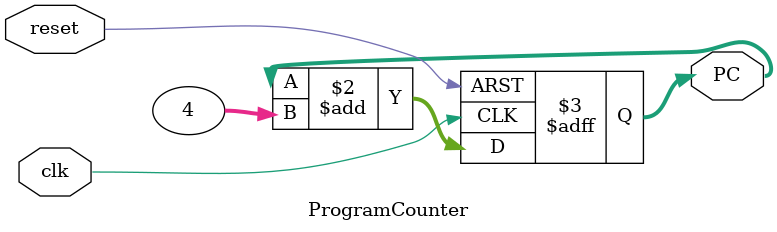
<source format=v>
`timescale 1ns / 1ps
module ProgramCounter( clk, reset, PC);
parameter INST_WIDTH = 32;
    input clk;
	 input reset;
	 output reg[INST_WIDTH - 1:0] PC;
always@ (posedge clk or posedge reset)
begin
	if(reset)
		PC = 0;
	else
		PC = PC + 32'd4;
end
endmodule

</source>
